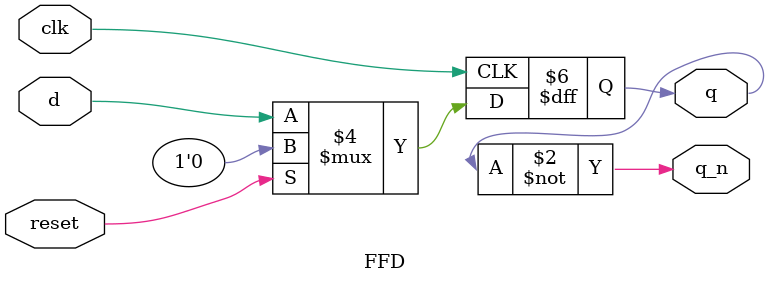
<source format=sv>
/* Sincronizacion de las señales en los modulos en los que se va a escribir algo en memoria */
module FFD(
    input logic clk,
    input logic reset, // Siempre que este en 1 la salida de Q será cero

    input logic d,

    output logic q,
    output logic q_n
);
    always @(posedge clk) begin
        if(reset)
            q <= 1'b0;
        else
            q <= d;
    end

    assign q_n = ~q;

endmodule

</source>
